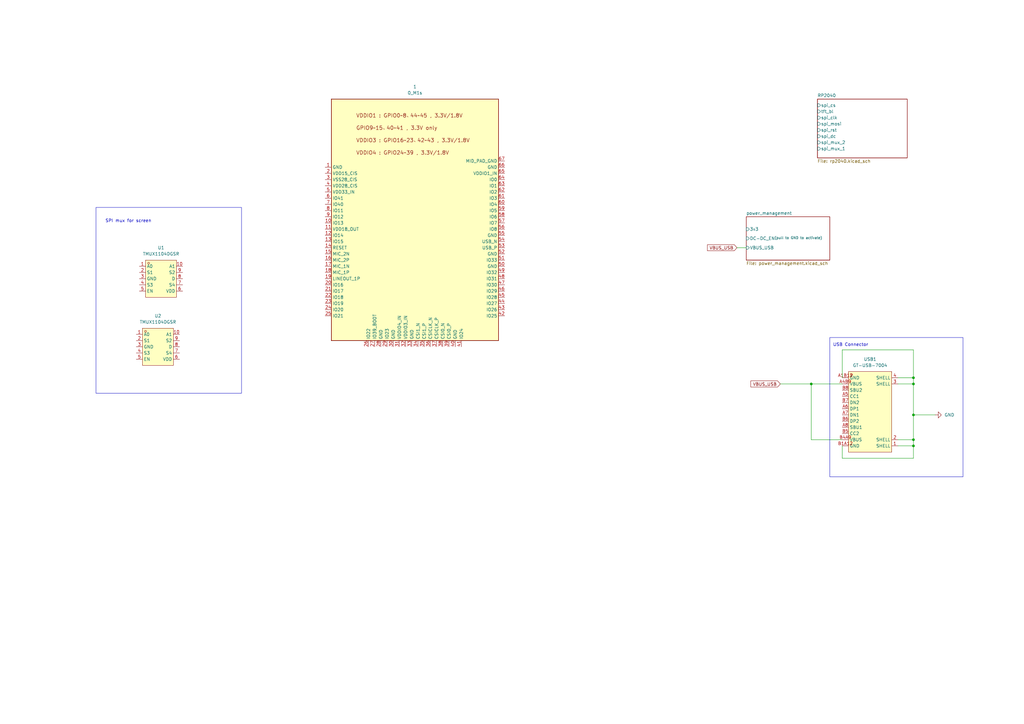
<source format=kicad_sch>
(kicad_sch (version 20230121) (generator eeschema)
  (paper "A3")
  (title_block (title "FloraTerm") (date "2023-11-17") (rev "1.0.0"))
  (lib_symbols
    (symbol "M1s:0_M1s"
      (property "Value" "0_M1s" (at 0 0 0))
      (symbol "0_M1s_1_0"
        (rectangle (start 45.72 109.22) (end -22.86 10.16) (stroke (width 0.254)) (fill (type background)))
        (text "GPIO9~15、40~41 , 3.3V only" (at -12.7 96.52 0) (effects (font (size 1.524 1.524)) (justify left bottom)))
        (text "VDDIO1 : GPIO0~8、44~45 , 3.3V/1.8V" (at -12.7 101.6 0) (effects (font (size 1.524 1.524)) (justify left bottom)))
        (text "VDDIO3 : GPIO16~23、42~43 , 3.3V/1.8V" (at -12.7 91.44 0) (effects (font (size 1.524 1.524)) (justify left bottom)))
        (text "VDDIO4 : GPIO24~39 , 3.3V/1.8V" (at -12.7 86.36 0) (effects (font (size 1.524 1.524)) (justify left bottom)))
        (pin passive line (at -25.4 81.28 0) (length 2.54) (name "GND") (number "1"))
        (pin passive line (at -25.4 58.42 0) (length 2.54) (name "IO13") (number "10"))
        (pin passive line (at -25.4 55.88 0) (length 2.54) (name "VDD18_OUT") (number "11"))
        (pin passive line (at -25.4 53.34 0) (length 2.54) (name "IO14") (number "12"))
        (pin passive line (at -25.4 50.8 0) (length 2.54) (name "IO15") (number "13"))
        (pin passive line (at -25.4 48.26 0) (length 2.54) (name "RESET") (number "14"))
        (pin passive line (at -25.4 45.72 0) (length 2.54) (name "MIC_2N") (number "15"))
        (pin passive line (at -25.4 43.18 0) (length 2.54) (name "MIC_2P") (number "16"))
        (pin passive line (at -25.4 40.64 0) (length 2.54) (name "MIC_1N") (number "17"))
        (pin passive line (at -25.4 38.1 0) (length 2.54) (name "MIC_1P") (number "18"))
        (pin passive line (at -25.4 35.56 0) (length 2.54) (name "LINEOUT_1P") (number "19"))
        (pin passive line (at -25.4 78.74 0) (length 2.54) (name "VDD15_CIS") (number "2"))
        (pin passive line (at -25.4 33.02 0) (length 2.54) (name "IO16") (number "20"))
        (pin passive line (at -25.4 30.48 0) (length 2.54) (name "IO17") (number "21"))
        (pin passive line (at -25.4 27.94 0) (length 2.54) (name "IO18") (number "22"))
        (pin passive line (at -25.4 25.4 0) (length 2.54) (name "IO19") (number "23"))
        (pin passive line (at -25.4 22.86 0) (length 2.54) (name "IO20") (number "24"))
        (pin passive line (at -25.4 20.32 0) (length 2.54) (name "IO21") (number "25"))
        (pin passive line (at -7.62 7.62 90) (length 2.54) (name "IO22") (number "26"))
        (pin passive line (at -5.08 7.62 90) (length 2.54) (name "IO39_BOOT") (number "27"))
        (pin passive line (at -2.54 7.62 90) (length 2.54) (name "GND") (number "28"))
        (pin passive line (at 0 7.62 90) (length 2.54) (name "IO23") (number "29"))
        (pin passive line (at -25.4 76.2 0) (length 2.54) (name "VSS28_CIS") (number "3"))
        (pin passive line (at 2.54 7.62 90) (length 2.54) (name "GND") (number "30"))
        (pin passive line (at 5.08 7.62 90) (length 2.54) (name "VDDIO4_IN") (number "31"))
        (pin passive line (at 7.62 7.62 90) (length 2.54) (name "VDDIO3_IN") (number "32"))
        (pin passive line (at 10.16 7.62 90) (length 2.54) (name "GND") (number "33"))
        (pin passive line (at 12.7 7.62 90) (length 2.54) (name "CSI1_N") (number "34"))
        (pin passive line (at 15.24 7.62 90) (length 2.54) (name "CSI1_P") (number "35"))
        (pin passive line (at 17.78 7.62 90) (length 2.54) (name "CSICLK_N") (number "36"))
        (pin passive line (at 20.32 7.62 90) (length 2.54) (name "CSICLK_P") (number "37"))
        (pin passive line (at 22.86 7.62 90) (length 2.54) (name "CSI0_N") (number "38"))
        (pin passive line (at 25.4 7.62 90) (length 2.54) (name "CSI0_P") (number "39"))
        (pin passive line (at -25.4 73.66 0) (length 2.54) (name "VDD28_CIS") (number "4"))
        (pin passive line (at 27.94 7.62 90) (length 2.54) (name "GND") (number "40"))
        (pin passive line (at 30.48 7.62 90) (length 2.54) (name "IO24") (number "41"))
        (pin passive line (at 48.26 20.32 180) (length 2.54) (name "IO25") (number "42"))
        (pin passive line (at 48.26 22.86 180) (length 2.54) (name "IO26") (number "43"))
        (pin passive line (at 48.26 25.4 180) (length 2.54) (name "IO27") (number "44"))
        (pin passive line (at 48.26 27.94 180) (length 2.54) (name "IO28") (number "45"))
        (pin passive line (at 48.26 30.48 180) (length 2.54) (name "IO29") (number "46"))
        (pin passive line (at 48.26 33.02 180) (length 2.54) (name "IO30") (number "47"))
        (pin passive line (at 48.26 35.56 180) (length 2.54) (name "IO31") (number "48"))
        (pin passive line (at 48.26 38.1 180) (length 2.54) (name "IO32") (number "49"))
        (pin passive line (at -25.4 71.12 0) (length 2.54) (name "VDD33_IN") (number "5"))
        (pin passive line (at 48.26 40.64 180) (length 2.54) (name "GND") (number "50"))
        (pin passive line (at 48.26 43.18 180) (length 2.54) (name "IO33") (number "51"))
        (pin passive line (at 48.26 45.72 180) (length 2.54) (name "GND") (number "52"))
        (pin passive line (at 48.26 48.26 180) (length 2.54) (name "USB_P") (number "53"))
        (pin passive line (at 48.26 50.8 180) (length 2.54) (name "USB_N") (number "54"))
        (pin passive line (at 48.26 53.34 180) (length 2.54) (name "GND") (number "55"))
        (pin passive line (at 48.26 55.88 180) (length 2.54) (name "IO8") (number "56"))
        (pin passive line (at 48.26 58.42 180) (length 2.54) (name "IO7") (number "57"))
        (pin passive line (at 48.26 60.96 180) (length 2.54) (name "IO6") (number "58"))
        (pin passive line (at 48.26 63.5 180) (length 2.54) (name "IO5") (number "59"))
        (pin passive line (at -25.4 68.58 0) (length 2.54) (name "IO41") (number "6"))
        (pin passive line (at 48.26 66.04 180) (length 2.54) (name "IO4") (number "60"))
        (pin passive line (at 48.26 68.58 180) (length 2.54) (name "IO3") (number "61"))
        (pin passive line (at 48.26 71.12 180) (length 2.54) (name "IO2") (number "62"))
        (pin passive line (at 48.26 73.66 180) (length 2.54) (name "IO1") (number "63"))
        (pin passive line (at 48.26 76.2 180) (length 2.54) (name "IO0") (number "64"))
        (pin passive line (at 48.26 78.74 180) (length 2.54) (name "VDDIO1_IN") (number "65"))
        (pin passive line (at 48.26 81.28 180) (length 2.54) (name "GND") (number "66"))
        (pin passive line (at 48.26 83.82 180) (length 2.54) (name "MID_PAD_GND") (number "67"))
        (pin passive line (at -25.4 66.04 0) (length 2.54) (name "IO40") (number "7"))
        (pin passive line (at -25.4 63.5 0) (length 2.54) (name "IO11") (number "8"))
        (pin passive line (at -25.4 60.96 0) (length 2.54) (name "IO12") (number "9"))
      )
    )
    (symbol "lcsc:GT-USB-7004"
      (property "Reference" "USB" (at 0 20.32 0))
      (property "Value" "GT-USB-7004" (at 0 -17.78 0))
      (symbol "GT-USB-7004_0_1"
        (rectangle (start -10.16 17.78) (end 7.62 -15.24) (fill (type background)))
        (circle (center -8.89 16.51) (radius 0.38))
        (pin unspecified line (at 10.16 -12.7 180) (length 2.54) (name "SHELL") (number "1"))
        (pin unspecified line (at 10.16 -10.16 180) (length 2.54) (name "SHELL") (number "2"))
        (pin unspecified line (at 10.16 12.7 180) (length 2.54) (name "SHELL") (number "3"))
        (pin unspecified line (at 10.16 15.24 180) (length 2.54) (name "SHELL") (number "4"))
        (pin unspecified line (at -12.7 15.24 0) (length 2.54) (name "GND") (number "A1B12"))
        (pin unspecified line (at -12.7 12.7 0) (length 2.54) (name "VBUS") (number "A4B9"))
        (pin unspecified line (at -12.7 7.62 0) (length 2.54) (name "CC1") (number "A5"))
        (pin unspecified line (at -12.7 2.54 0) (length 2.54) (name "DP1") (number "A6"))
        (pin unspecified line (at -12.7 0 0) (length 2.54) (name "DN1") (number "A7"))
        (pin unspecified line (at -12.7 -5.08 0) (length 2.54) (name "SBU1") (number "A8"))
        (pin unspecified line (at -12.7 -12.7 0) (length 2.54) (name "GND") (number "B1A12"))
        (pin unspecified line (at -12.7 -10.16 0) (length 2.54) (name "VBUS") (number "B4A9"))
        (pin unspecified line (at -12.7 -7.62 0) (length 2.54) (name "CC2") (number "B5"))
        (pin unspecified line (at -12.7 -2.54 0) (length 2.54) (name "DP2") (number "B6"))
        (pin unspecified line (at -12.7 5.08 0) (length 2.54) (name "DN2") (number "B7"))
        (pin unspecified line (at -12.7 10.16 0) (length 2.54) (name "SBU2") (number "B8"))
      )
    )
    (symbol "lcsc:TMUX1104DGSR"
      (property "Reference" "U" (at 0 10.16 0))
      (property "Value" "TMUX1104DGSR" (at 0 -10.16 0))
      (symbol "TMUX1104DGSR_0_1"
        (rectangle (start -6.35 7.62) (end 6.35 -7.62) (fill (type background)))
        (circle (center -5.08 6.35) (radius 0.38))
        (pin unspecified line (at -8.89 5.08 0) (length 2.54) (name "A0") (number "1"))
        (pin unspecified line (at 8.89 5.08 180) (length 2.54) (name "A1") (number "10"))
        (pin unspecified line (at -8.89 2.54 0) (length 2.54) (name "S1") (number "2"))
        (pin unspecified line (at -8.89 0 0) (length 2.54) (name "GND") (number "3"))
        (pin unspecified line (at -8.89 -2.54 0) (length 2.54) (name "S3") (number "4"))
        (pin unspecified line (at -8.89 -5.08 0) (length 2.54) (name "EN") (number "5"))
        (pin unspecified line (at 8.89 -5.08 180) (length 2.54) (name "VDD") (number "6"))
        (pin unspecified line (at 8.89 -2.54 180) (length 2.54) (name "S4") (number "7"))
        (pin unspecified line (at 8.89 0 180) (length 2.54) (name "D") (number "8"))
        (pin unspecified line (at 8.89 2.54 180) (length 2.54) (name "S2") (number "9"))
      )
    )
    (symbol "power:GND" (power) (pin_names (offset 0))
      (property "Value" "GND" (at 0 -3.81 0))
      (symbol "GND_0_1"
        (polyline (pts (xy 0 0) (xy 0 -1.27) (xy 1.27 -1.27) (xy 0 -2.54) (xy -1.27 -1.27) (xy 0 -1.27)))
      )
      (symbol "GND_1_1"
        (pin power_in line (at 0 0 270) (length 0) hide (name "GND") (number "1"))
      )
    )
  )
  (junction (at 374.65 157.48))
  (junction (at 374.65 154.94))
  (junction (at 374.65 180.34))
  (junction (at 332.74 157.48))
  (junction (at 374.65 182.88))
  (junction (at 374.65 170.18))
  (wire (pts (xy 374.65 157.48) (xy 374.65 170.18)))
  (wire (pts (xy 374.65 170.18) (xy 374.65 180.34)))
  (wire (pts (xy 345.44 143.51) (xy 374.65 143.51)))
  (wire (pts (xy 368.3 180.34) (xy 374.65 180.34)))
  (wire (pts (xy 368.3 157.48) (xy 374.65 157.48)))
  (wire (pts (xy 345.44 180.34) (xy 332.74 180.34)))
  (wire (pts (xy 368.3 154.94) (xy 374.65 154.94)))
  (wire (pts (xy 345.44 154.94) (xy 345.44 143.51)))
  (wire (pts (xy 368.3 182.88) (xy 374.65 182.88)))
  (wire (pts (xy 374.65 154.94) (xy 374.65 157.48)))
  (wire (pts (xy 332.74 180.34) (xy 332.74 157.48)))
  (wire (pts (xy 374.65 170.18) (xy 383.54 170.18)))
  (wire (pts (xy 345.44 187.96) (xy 374.65 187.96)))
  (wire (pts (xy 374.65 180.34) (xy 374.65 182.88)))
  (wire (pts (xy 374.65 143.51) (xy 374.65 154.94)))
  (wire (pts (xy 345.44 182.88) (xy 345.44 187.96)))
  (wire (pts (xy 320.04 157.48) (xy 332.74 157.48)))
  (wire (pts (xy 302.26 101.6) (xy 306.07 101.6)))
  (wire (pts (xy 374.65 182.88) (xy 374.65 187.96)))
  (wire (pts (xy 332.74 157.48) (xy 345.44 157.48)))
  (rectangle (start 340.36 138.43) (end 394.97 195.58))
  (rectangle (start 39.37 85.09) (end 99.06 161.29))
  (text "USB Connector" (at 341.63 142.24 0) (effects (font (size 1.27 1.27)) (justify left bottom)))
  (text "SPI mux for screen" (at 43.18 91.44 0) (effects (font (size 1.27 1.27)) (justify left bottom)))
  (global_label "VBUS_USB" (shape input) (at 320.04 157.48 180) (property "Intersheetrefs" "${INTERSHEET_REFS}" (effects hide)))
  (global_label "VBUS_USB" (shape input) (at 302.26 101.6 180) (property "Intersheetrefs" "${INTERSHEET_REFS}" (effects hide)))
  (symbol (lib_id "lcsc:TMUX1104DGSR") (at 66.04 114.3 0) (unit 1)
    (property "Reference" "U1" (at 66.04 101.6 0))
    (property "Value" "TMUX1104DGSR" (at 66.04 104.14 0))
    (property "Footprint" "lcsc:VSSOP-10_L3.0-W3.0-P0.50-LS4.9-BL" (effects hide))
    (property "LCSC Part" "C2879206" (effects hide))
  )
  (symbol (lib_id "power:GND") (at 383.54 170.18 90) (unit 1)
    (property "Reference" "#PWR09" (effects hide))
    (property "Value" "GND" (at 387.35 170.18 90) (effects (justify right)))
  )
  (symbol (lib_id "lcsc:TMUX1104DGSR") (at 64.77 142.24 0) (unit 1)
    (property "Reference" "U2" (at 64.77 129.54 0))
    (property "Value" "TMUX1104DGSR" (at 64.77 132.08 0))
    (property "Footprint" "lcsc:VSSOP-10_L3.0-W3.0-P0.50-LS4.9-BL" (effects hide))
    (property "LCSC Part" "C2879206" (effects hide))
  )
  (symbol (lib_id "M1s:0_M1s") (at 158.75 149.86 0) (unit 1)
    (property "Reference" "1" (at 170.18 35.56 0))
    (property "Value" "0_M1s" (at 170.18 38.1 0))
    (property "Footprint" "M1s:M1s" (effects hide))
  )
  (symbol (lib_id "lcsc:GT-USB-7004") (at 358.14 170.18 0) (unit 1)
    (property "Reference" "USB1" (at 356.87 147.32 0))
    (property "Value" "GT-USB-7004" (at 356.87 149.86 0))
    (property "Footprint" "lcsc:USB-C-SMD_GT-USB-7004" (effects hide))
    (property "LCSC Part" "C2686968" (effects hide))
  )
  (sheet (at 335.28 40.64) (size 36.83 24.13) (stroke (width 0.1524))
    (property "Sheetname" "RP2040" (at 335.28 39.9284 0) (effects (justify left bottom)))
    (property "Sheetfile" "rp2040.kicad_sch" (at 335.28 65.3546 0) (effects (justify left top)))
    (pin "spi_cs" input (at 335.28 43.18 180))
    (pin "tft_bl" input (at 335.28 45.72 180))
    (pin "spi_clk" input (at 335.28 48.26 180))
    (pin "spi_mosi" input (at 335.28 50.8 180))
    (pin "spi_rst" input (at 335.28 53.34 180))
    (pin "spi_dc" input (at 335.28 55.88 180))
    (pin "spi_mux_2" input (at 335.28 58.42 180))
    (pin "spi_mux_1" input (at 335.28 60.96 180))
  )
  (sheet (at 306.07 88.9) (size 34.29 17.78) (stroke (width 0.1524))
    (property "Sheetname" "power_management" (at 306.07 88.1884 0) (effects (justify left bottom)))
    (property "Sheetfile" "power_management.kicad_sch" (at 306.07 107.2646 0) (effects (justify left top)))
    (pin "3v3" input (at 306.07 93.98 180))
    (pin "DC-DC_EN^{(pull to GND to activate)}" input (at 306.07 97.79 180))
    (pin "VBUS_USB" input (at 306.07 101.6 180))
  )
)
</source>
